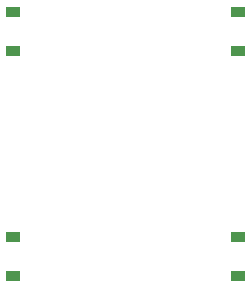
<source format=gbr>
%TF.GenerationSoftware,KiCad,Pcbnew,(5.1.7)-1*%
%TF.CreationDate,2020-10-25T17:01:22-04:00*%
%TF.ProjectId,keyboard_test,6b657962-6f61-4726-945f-746573742e6b,rev?*%
%TF.SameCoordinates,Original*%
%TF.FileFunction,Paste,Bot*%
%TF.FilePolarity,Positive*%
%FSLAX46Y46*%
G04 Gerber Fmt 4.6, Leading zero omitted, Abs format (unit mm)*
G04 Created by KiCad (PCBNEW (5.1.7)-1) date 2020-10-25 17:01:22*
%MOMM*%
%LPD*%
G01*
G04 APERTURE LIST*
%ADD10R,1.200000X0.900000*%
G04 APERTURE END LIST*
D10*
%TO.C,D4*%
X82550000Y-70581250D03*
X82550000Y-73881250D03*
%TD*%
%TO.C,D3*%
X63500000Y-70581250D03*
X63500000Y-73881250D03*
%TD*%
%TO.C,D2*%
X82550000Y-51531250D03*
X82550000Y-54831250D03*
%TD*%
%TO.C,D1*%
X63500000Y-51531250D03*
X63500000Y-54831250D03*
%TD*%
M02*

</source>
